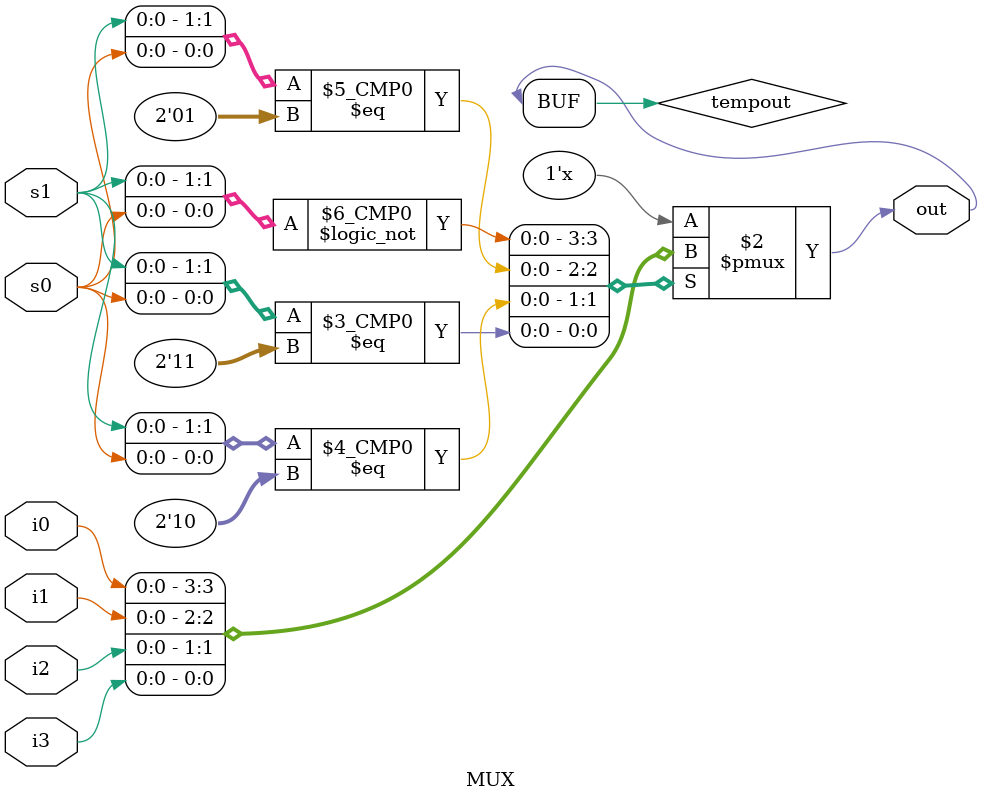
<source format=v>

module mux;

	// Declare variables to be connected
	// to inputs
	reg IN0, IN1, IN2, IN3;
	reg S1, S0;
	
	// Declare output wire
	wire OUTPUT;
	
	// Instantiate the multiplexer
	MUX mymux(OUTPUT, IN0, IN1, IN2, IN3, S1, S0);

	// Define the De-multiplexer module (no ports)
	initial
	begin
		// set input lines
		#10 IN0 = 1; IN1 = 0; IN2 = 1; IN3 = 0;
		#1 $display("IN0= %b, IN1= %b, IN2= %b, IN3= %b\n",IN0,IN1,IN2,IN3);
		// choose IN0
		#20 S1 = 0; S0 = 0;
		#10 $display("S1 = %b, S0 = %b, OUTPUT = %b \n", S1, S0, OUTPUT);
		// choose IN1
		#30 S1 = 0; S0 = 1;
		#20 $display("S1 = %b, S0 = %b, OUTPUT = %b \n", S1, S0, OUTPUT);
		// choose IN2
		#40 S1 = 1; S0 = 0;
		#30 $display("S1 = %b, S0 = %b, OUTPUT = %b \n", S1, S0, OUTPUT);
		// choose IN3
		#50 S1 = 1; S0 = 1;
		#40 $display("S1 = %b, S0 = %b, OUTPUT = %b \n", S1, S0, OUTPUT);
	end
	
endmodule


//-------------------Multiplexer Module-------------------//
module MUX(out, i0, i1, i2, i3, s1, s0);
	
	// Port declarations from the I/O diagram
	output out;
	input i0, i1, i2, i3;
	input s1, s0;
	//store tempary values
	reg tempout;
	// Multiplexer output change for an input changes
	always @(s0,s1,i0,i1,i2,i3)
	begin	
	
		case ({s1,s0})
				//if selection 00 select output1
			2'd0 : tempout = i0;
				//if selection 01 select output1
			2'd1 : tempout = i1;
				//if selection 10 select output2
			2'd2 : tempout = i2;
				//if selection 11 select output3
			2'd3 : tempout = i3;
			
			default : $display("Invalid signal");	
		endcase
	

	end	
	
	assign out=tempout;
	
endmodule
//---------------------------------------------------------//
</source>
